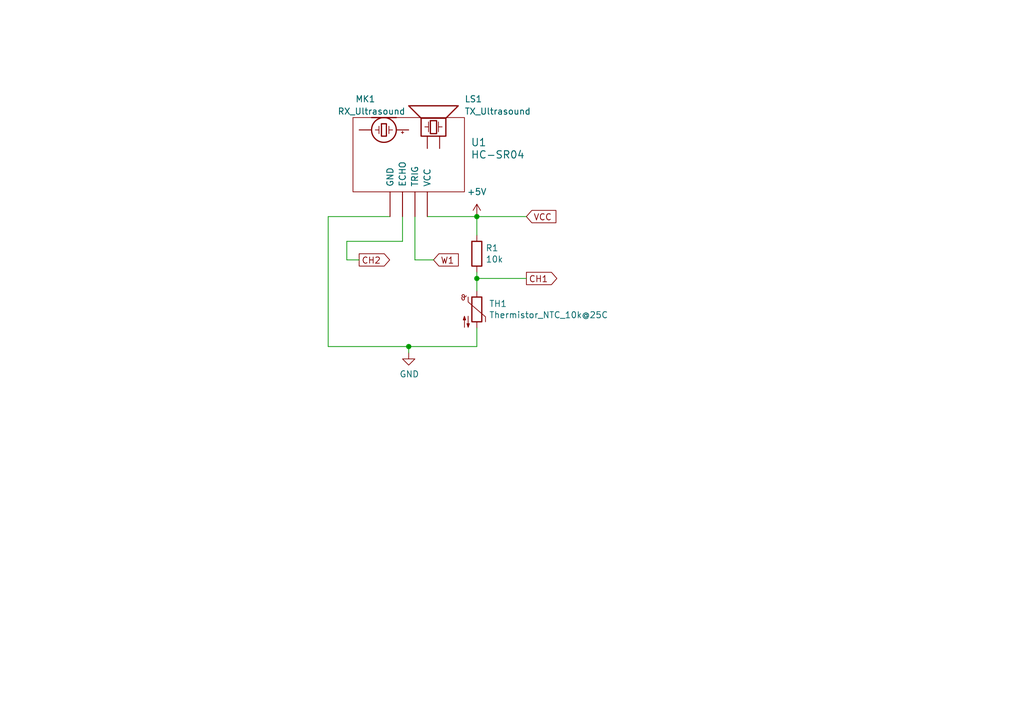
<source format=kicad_sch>
(kicad_sch (version 20211123) (generator eeschema)

  (uuid ab515309-b76f-404c-b372-f73d5bcd1592)

  (paper "A5")

  (lib_symbols
    (symbol "Device:Microphone_Ultrasound" (pin_numbers hide) (pin_names (offset 0.0254) hide) (in_bom yes) (on_board yes)
      (property "Reference" "MK" (id 0) (at -3.81 1.143 0)
        (effects (font (size 1.27 1.27)) (justify right))
      )
      (property "Value" "Microphone_Ultrasound" (id 1) (at -3.81 -0.762 0)
        (effects (font (size 1.27 1.27)) (justify right))
      )
      (property "Footprint" "" (id 2) (at 1.27 -1.778 90)
        (effects (font (size 1.27 1.27)) (justify left) hide)
      )
      (property "Datasheet" "~" (id 3) (at 0 2.54 90)
        (effects (font (size 1.27 1.27)) hide)
      )
      (property "ki_keywords" "microphone ultrasound crystal" (id 4) (at 0 0 0)
        (effects (font (size 1.27 1.27)) hide)
      )
      (property "ki_description" "Ultrasound receiver" (id 5) (at 0 0 0)
        (effects (font (size 1.27 1.27)) hide)
      )
      (symbol "Microphone_Ultrasound_0_1"
        (rectangle (start -1.27 0.508) (end 1.27 -0.508)
          (stroke (width 0.254) (type default) (color 0 0 0 0))
          (fill (type none))
        )
        (polyline
          (pts
            (xy -2.54 2.54)
            (xy -2.54 -2.54)
          )
          (stroke (width 0.254) (type default) (color 0 0 0 0))
          (fill (type none))
        )
        (polyline
          (pts
            (xy -0.762 -1.016)
            (xy 0.762 -1.016)
          )
          (stroke (width 0) (type default) (color 0 0 0 0))
          (fill (type none))
        )
        (polyline
          (pts
            (xy -0.762 1.016)
            (xy 0.762 1.016)
          )
          (stroke (width 0) (type default) (color 0 0 0 0))
          (fill (type none))
        )
        (polyline
          (pts
            (xy 0 -1.016)
            (xy 0 -1.778)
          )
          (stroke (width 0) (type default) (color 0 0 0 0))
          (fill (type none))
        )
        (polyline
          (pts
            (xy 0 1.016)
            (xy 0 1.778)
          )
          (stroke (width 0) (type default) (color 0 0 0 0))
          (fill (type none))
        )
        (polyline
          (pts
            (xy 0.254 3.81)
            (xy 0.762 3.81)
          )
          (stroke (width 0) (type default) (color 0 0 0 0))
          (fill (type none))
        )
        (polyline
          (pts
            (xy 0.508 4.064)
            (xy 0.508 3.556)
          )
          (stroke (width 0) (type default) (color 0 0 0 0))
          (fill (type none))
        )
        (circle (center 0 0) (radius 2.54)
          (stroke (width 0.254) (type default) (color 0 0 0 0))
          (fill (type none))
        )
      )
      (symbol "Microphone_Ultrasound_1_1"
        (pin passive line (at 0 -5.08 90) (length 2.54)
          (name "-" (effects (font (size 1.27 1.27))))
          (number "1" (effects (font (size 1.27 1.27))))
        )
        (pin passive line (at 0 5.08 270) (length 2.54)
          (name "+" (effects (font (size 1.27 1.27))))
          (number "2" (effects (font (size 1.27 1.27))))
        )
      )
    )
    (symbol "Device:R" (pin_numbers hide) (pin_names (offset 0)) (in_bom yes) (on_board yes)
      (property "Reference" "R" (id 0) (at 2.032 0 90)
        (effects (font (size 1.27 1.27)))
      )
      (property "Value" "R" (id 1) (at 0 0 90)
        (effects (font (size 1.27 1.27)))
      )
      (property "Footprint" "" (id 2) (at -1.778 0 90)
        (effects (font (size 1.27 1.27)) hide)
      )
      (property "Datasheet" "~" (id 3) (at 0 0 0)
        (effects (font (size 1.27 1.27)) hide)
      )
      (property "ki_keywords" "R res resistor" (id 4) (at 0 0 0)
        (effects (font (size 1.27 1.27)) hide)
      )
      (property "ki_description" "Resistor" (id 5) (at 0 0 0)
        (effects (font (size 1.27 1.27)) hide)
      )
      (property "ki_fp_filters" "R_*" (id 6) (at 0 0 0)
        (effects (font (size 1.27 1.27)) hide)
      )
      (symbol "R_0_1"
        (rectangle (start -1.016 -2.54) (end 1.016 2.54)
          (stroke (width 0.254) (type default) (color 0 0 0 0))
          (fill (type none))
        )
      )
      (symbol "R_1_1"
        (pin passive line (at 0 3.81 270) (length 1.27)
          (name "~" (effects (font (size 1.27 1.27))))
          (number "1" (effects (font (size 1.27 1.27))))
        )
        (pin passive line (at 0 -3.81 90) (length 1.27)
          (name "~" (effects (font (size 1.27 1.27))))
          (number "2" (effects (font (size 1.27 1.27))))
        )
      )
    )
    (symbol "Device:Speaker_Ultrasound" (pin_numbers hide) (pin_names (offset 0) hide) (in_bom yes) (on_board yes)
      (property "Reference" "LS" (id 0) (at 0.635 5.715 0)
        (effects (font (size 1.27 1.27)) (justify right))
      )
      (property "Value" "Speaker_Ultrasound" (id 1) (at 0.635 3.81 0)
        (effects (font (size 1.27 1.27)) (justify right))
      )
      (property "Footprint" "" (id 2) (at -0.889 -1.27 0)
        (effects (font (size 1.27 1.27)) hide)
      )
      (property "Datasheet" "~" (id 3) (at -0.889 -1.27 0)
        (effects (font (size 1.27 1.27)) hide)
      )
      (property "ki_keywords" "crystal speaker ultrasonic transducer" (id 4) (at 0 0 0)
        (effects (font (size 1.27 1.27)) hide)
      )
      (property "ki_description" "Ultrasonic transducer" (id 5) (at 0 0 0)
        (effects (font (size 1.27 1.27)) hide)
      )
      (symbol "Speaker_Ultrasound_0_0"
        (rectangle (start -2.54 1.27) (end 1.143 -3.81)
          (stroke (width 0.254) (type default) (color 0 0 0 0))
          (fill (type none))
        )
        (rectangle (start -2.032 -0.635) (end 0.635 -1.905)
          (stroke (width 0.254) (type default) (color 0 0 0 0))
          (fill (type none))
        )
        (polyline
          (pts
            (xy -1.651 -2.286)
            (xy 0.381 -2.286)
          )
          (stroke (width 0) (type default) (color 0 0 0 0))
          (fill (type none))
        )
        (polyline
          (pts
            (xy -1.651 -0.254)
            (xy 0.381 -0.254)
          )
          (stroke (width 0) (type default) (color 0 0 0 0))
          (fill (type none))
        )
        (polyline
          (pts
            (xy -0.635 -2.286)
            (xy -0.635 -3.048)
          )
          (stroke (width 0) (type default) (color 0 0 0 0))
          (fill (type none))
        )
        (polyline
          (pts
            (xy -0.635 -0.254)
            (xy -0.635 0.508)
          )
          (stroke (width 0) (type default) (color 0 0 0 0))
          (fill (type none))
        )
        (polyline
          (pts
            (xy 1.143 1.27)
            (xy 3.683 3.81)
            (xy 3.683 -6.35)
            (xy 1.143 -3.81)
          )
          (stroke (width 0.254) (type default) (color 0 0 0 0))
          (fill (type none))
        )
      )
      (symbol "Speaker_Ultrasound_1_1"
        (pin input line (at -5.08 0 0) (length 2.54)
          (name "1" (effects (font (size 1.27 1.27))))
          (number "1" (effects (font (size 1.27 1.27))))
        )
        (pin input line (at -5.08 -2.54 0) (length 2.54)
          (name "2" (effects (font (size 1.27 1.27))))
          (number "2" (effects (font (size 1.27 1.27))))
        )
      )
    )
    (symbol "Device:Thermistor_NTC" (pin_numbers hide) (pin_names (offset 0)) (in_bom yes) (on_board yes)
      (property "Reference" "TH" (id 0) (at -4.445 0 90)
        (effects (font (size 1.27 1.27)))
      )
      (property "Value" "Thermistor_NTC" (id 1) (at 3.175 0 90)
        (effects (font (size 1.27 1.27)))
      )
      (property "Footprint" "" (id 2) (at 0 1.27 0)
        (effects (font (size 1.27 1.27)) hide)
      )
      (property "Datasheet" "~" (id 3) (at 0 1.27 0)
        (effects (font (size 1.27 1.27)) hide)
      )
      (property "ki_keywords" "thermistor NTC resistor sensor RTD" (id 4) (at 0 0 0)
        (effects (font (size 1.27 1.27)) hide)
      )
      (property "ki_description" "Temperature dependent resistor, negative temperature coefficient" (id 5) (at 0 0 0)
        (effects (font (size 1.27 1.27)) hide)
      )
      (property "ki_fp_filters" "*NTC* *Thermistor* PIN?ARRAY* bornier* *Terminal?Block* R_*" (id 6) (at 0 0 0)
        (effects (font (size 1.27 1.27)) hide)
      )
      (symbol "Thermistor_NTC_0_1"
        (arc (start -3.048 2.159) (mid -3.0505 2.3165) (end -3.175 2.413)
          (stroke (width 0) (type default) (color 0 0 0 0))
          (fill (type none))
        )
        (arc (start -3.048 2.159) (mid -2.9736 1.9794) (end -2.794 1.905)
          (stroke (width 0) (type default) (color 0 0 0 0))
          (fill (type none))
        )
        (arc (start -3.048 2.794) (mid -2.9736 2.6144) (end -2.794 2.54)
          (stroke (width 0) (type default) (color 0 0 0 0))
          (fill (type none))
        )
        (arc (start -2.794 1.905) (mid -2.6144 1.9794) (end -2.54 2.159)
          (stroke (width 0) (type default) (color 0 0 0 0))
          (fill (type none))
        )
        (arc (start -2.794 2.54) (mid -2.434 2.5608) (end -2.159 2.794)
          (stroke (width 0) (type default) (color 0 0 0 0))
          (fill (type none))
        )
        (arc (start -2.794 3.048) (mid -2.9736 2.9736) (end -3.048 2.794)
          (stroke (width 0) (type default) (color 0 0 0 0))
          (fill (type none))
        )
        (arc (start -2.54 2.794) (mid -2.6144 2.9736) (end -2.794 3.048)
          (stroke (width 0) (type default) (color 0 0 0 0))
          (fill (type none))
        )
        (rectangle (start -1.016 2.54) (end 1.016 -2.54)
          (stroke (width 0.254) (type default) (color 0 0 0 0))
          (fill (type none))
        )
        (polyline
          (pts
            (xy -2.54 2.159)
            (xy -2.54 2.794)
          )
          (stroke (width 0) (type default) (color 0 0 0 0))
          (fill (type none))
        )
        (polyline
          (pts
            (xy -1.778 2.54)
            (xy -1.778 1.524)
            (xy 1.778 -1.524)
            (xy 1.778 -2.54)
          )
          (stroke (width 0) (type default) (color 0 0 0 0))
          (fill (type none))
        )
        (polyline
          (pts
            (xy -2.54 -3.683)
            (xy -2.54 -1.397)
            (xy -2.794 -2.159)
            (xy -2.286 -2.159)
            (xy -2.54 -1.397)
            (xy -2.54 -1.651)
          )
          (stroke (width 0) (type default) (color 0 0 0 0))
          (fill (type outline))
        )
        (polyline
          (pts
            (xy -1.778 -1.397)
            (xy -1.778 -3.683)
            (xy -2.032 -2.921)
            (xy -1.524 -2.921)
            (xy -1.778 -3.683)
            (xy -1.778 -3.429)
          )
          (stroke (width 0) (type default) (color 0 0 0 0))
          (fill (type outline))
        )
      )
      (symbol "Thermistor_NTC_1_1"
        (pin passive line (at 0 3.81 270) (length 1.27)
          (name "~" (effects (font (size 1.27 1.27))))
          (number "1" (effects (font (size 1.27 1.27))))
        )
        (pin passive line (at 0 -3.81 90) (length 1.27)
          (name "~" (effects (font (size 1.27 1.27))))
          (number "2" (effects (font (size 1.27 1.27))))
        )
      )
    )
    (symbol "New_Library:HC-SR04" (pin_numbers hide) (pin_names (offset 1.016)) (in_bom yes) (on_board yes)
      (property "Reference" "U" (id 0) (at -2.54 -12.7 0)
        (effects (font (size 1.524 1.524)))
      )
      (property "Value" "HC-SR04" (id 1) (at -3.81 12.7 0)
        (effects (font (size 1.524 1.524)))
      )
      (property "Footprint" "" (id 2) (at 0 0 0)
        (effects (font (size 1.524 1.524)))
      )
      (property "Datasheet" "" (id 3) (at 0 0 0)
        (effects (font (size 1.524 1.524)))
      )
      (symbol "HC-SR04_0_1"
        (rectangle (start -15.24 11.43) (end 0 -11.43)
          (stroke (width 0) (type default) (color 0 0 0 0))
          (fill (type none))
        )
      )
      (symbol "HC-SR04_1_1"
        (pin input line (at 5.08 3.81 180) (length 5.08)
          (name "VCC" (effects (font (size 1.27 1.27))))
          (number "1" (effects (font (size 1.27 1.27))))
        )
        (pin input line (at 5.08 1.27 180) (length 5.08)
          (name "TRIG" (effects (font (size 1.27 1.27))))
          (number "2" (effects (font (size 1.27 1.27))))
        )
        (pin input line (at 5.08 -1.27 180) (length 5.08)
          (name "ECHO" (effects (font (size 1.27 1.27))))
          (number "3" (effects (font (size 1.27 1.27))))
        )
        (pin input line (at 5.08 -3.81 180) (length 5.08)
          (name "GND" (effects (font (size 1.27 1.27))))
          (number "4" (effects (font (size 1.27 1.27))))
        )
      )
    )
    (symbol "power:+5V" (power) (pin_names (offset 0)) (in_bom yes) (on_board yes)
      (property "Reference" "#PWR" (id 0) (at 0 -3.81 0)
        (effects (font (size 1.27 1.27)) hide)
      )
      (property "Value" "+5V" (id 1) (at 0 3.556 0)
        (effects (font (size 1.27 1.27)))
      )
      (property "Footprint" "" (id 2) (at 0 0 0)
        (effects (font (size 1.27 1.27)) hide)
      )
      (property "Datasheet" "" (id 3) (at 0 0 0)
        (effects (font (size 1.27 1.27)) hide)
      )
      (property "ki_keywords" "power-flag" (id 4) (at 0 0 0)
        (effects (font (size 1.27 1.27)) hide)
      )
      (property "ki_description" "Power symbol creates a global label with name \"+5V\"" (id 5) (at 0 0 0)
        (effects (font (size 1.27 1.27)) hide)
      )
      (symbol "+5V_0_1"
        (polyline
          (pts
            (xy -0.762 1.27)
            (xy 0 2.54)
          )
          (stroke (width 0) (type default) (color 0 0 0 0))
          (fill (type none))
        )
        (polyline
          (pts
            (xy 0 0)
            (xy 0 2.54)
          )
          (stroke (width 0) (type default) (color 0 0 0 0))
          (fill (type none))
        )
        (polyline
          (pts
            (xy 0 2.54)
            (xy 0.762 1.27)
          )
          (stroke (width 0) (type default) (color 0 0 0 0))
          (fill (type none))
        )
      )
      (symbol "+5V_1_1"
        (pin power_in line (at 0 0 90) (length 0) hide
          (name "+5V" (effects (font (size 1.27 1.27))))
          (number "1" (effects (font (size 1.27 1.27))))
        )
      )
    )
    (symbol "power:GND" (power) (pin_names (offset 0)) (in_bom yes) (on_board yes)
      (property "Reference" "#PWR" (id 0) (at 0 -6.35 0)
        (effects (font (size 1.27 1.27)) hide)
      )
      (property "Value" "GND" (id 1) (at 0 -3.81 0)
        (effects (font (size 1.27 1.27)))
      )
      (property "Footprint" "" (id 2) (at 0 0 0)
        (effects (font (size 1.27 1.27)) hide)
      )
      (property "Datasheet" "" (id 3) (at 0 0 0)
        (effects (font (size 1.27 1.27)) hide)
      )
      (property "ki_keywords" "power-flag" (id 4) (at 0 0 0)
        (effects (font (size 1.27 1.27)) hide)
      )
      (property "ki_description" "Power symbol creates a global label with name \"GND\" , ground" (id 5) (at 0 0 0)
        (effects (font (size 1.27 1.27)) hide)
      )
      (symbol "GND_0_1"
        (polyline
          (pts
            (xy 0 0)
            (xy 0 -1.27)
            (xy 1.27 -1.27)
            (xy 0 -2.54)
            (xy -1.27 -1.27)
            (xy 0 -1.27)
          )
          (stroke (width 0) (type default) (color 0 0 0 0))
          (fill (type none))
        )
      )
      (symbol "GND_1_1"
        (pin power_in line (at 0 0 270) (length 0) hide
          (name "GND" (effects (font (size 1.27 1.27))))
          (number "1" (effects (font (size 1.27 1.27))))
        )
      )
    )
  )

  (junction (at 97.79 57.15) (diameter 0) (color 0 0 0 0)
    (uuid 62274d9e-4cbe-409c-bdd5-94ab2b6d04b8)
  )
  (junction (at 83.82 71.12) (diameter 0) (color 0 0 0 0)
    (uuid 88b18ce3-3af7-4b78-9063-13371f969b58)
  )
  (junction (at 97.79 44.45) (diameter 0) (color 0 0 0 0)
    (uuid a2cc8310-b30c-444b-b47c-624e14beb8e9)
  )

  (wire (pts (xy 82.55 49.53) (xy 71.12 49.53))
    (stroke (width 0) (type default) (color 0 0 0 0))
    (uuid 0157f1e7-6863-49b4-bf2e-0508ac9cce34)
  )
  (wire (pts (xy 67.31 44.45) (xy 67.31 71.12))
    (stroke (width 0) (type default) (color 0 0 0 0))
    (uuid 26520e16-497c-4201-b2da-59ee44864ddf)
  )
  (wire (pts (xy 97.79 57.15) (xy 97.79 59.69))
    (stroke (width 0) (type default) (color 0 0 0 0))
    (uuid 36177fbb-955d-415d-bd9f-a24d55072af6)
  )
  (wire (pts (xy 83.82 71.12) (xy 83.82 72.39))
    (stroke (width 0) (type default) (color 0 0 0 0))
    (uuid 4e602b4b-6391-48d0-b3c9-2d98e370f140)
  )
  (wire (pts (xy 71.12 49.53) (xy 71.12 53.34))
    (stroke (width 0) (type default) (color 0 0 0 0))
    (uuid 587cb836-8b17-4721-ba56-e7d367c4671d)
  )
  (wire (pts (xy 97.79 67.31) (xy 97.79 71.12))
    (stroke (width 0) (type default) (color 0 0 0 0))
    (uuid 5de48ff6-0cd7-4e5d-a8c2-ed0adb81306c)
  )
  (wire (pts (xy 67.31 71.12) (xy 83.82 71.12))
    (stroke (width 0) (type default) (color 0 0 0 0))
    (uuid 662f0646-cbdb-4d8c-9209-64243fddb277)
  )
  (wire (pts (xy 97.79 44.45) (xy 107.95 44.45))
    (stroke (width 0) (type default) (color 0 0 0 0))
    (uuid 6d984f1b-494f-435c-95fa-23e2c01e2bbc)
  )
  (wire (pts (xy 85.09 44.45) (xy 85.09 53.34))
    (stroke (width 0) (type default) (color 0 0 0 0))
    (uuid 79ec62f6-5c33-42f7-a3aa-5fa0bf0d5579)
  )
  (wire (pts (xy 85.09 53.34) (xy 88.9 53.34))
    (stroke (width 0) (type default) (color 0 0 0 0))
    (uuid 87f1e9fd-64d3-4b2e-930c-f9a84f5f9270)
  )
  (wire (pts (xy 97.79 57.15) (xy 107.95 57.15))
    (stroke (width 0) (type default) (color 0 0 0 0))
    (uuid 8933361b-0999-488a-827c-064054103608)
  )
  (wire (pts (xy 71.12 53.34) (xy 73.66 53.34))
    (stroke (width 0) (type default) (color 0 0 0 0))
    (uuid 9cff9c7d-8690-40fd-8b70-e05bafd3891d)
  )
  (wire (pts (xy 97.79 55.88) (xy 97.79 57.15))
    (stroke (width 0) (type default) (color 0 0 0 0))
    (uuid a15729d4-6646-4a7c-ace1-5959b8d3284d)
  )
  (wire (pts (xy 83.82 71.12) (xy 97.79 71.12))
    (stroke (width 0) (type default) (color 0 0 0 0))
    (uuid ce1d7076-8fcf-46c8-b6f0-6860def26863)
  )
  (wire (pts (xy 67.31 44.45) (xy 80.01 44.45))
    (stroke (width 0) (type default) (color 0 0 0 0))
    (uuid dd4ee245-7098-4598-9242-e931d93daa59)
  )
  (wire (pts (xy 97.79 44.45) (xy 97.79 48.26))
    (stroke (width 0) (type default) (color 0 0 0 0))
    (uuid f0565f1e-2404-483d-9967-76d24968bbec)
  )
  (wire (pts (xy 87.63 44.45) (xy 97.79 44.45))
    (stroke (width 0) (type default) (color 0 0 0 0))
    (uuid f8b6a026-f389-456d-a89f-6294ad7f7e11)
  )
  (wire (pts (xy 82.55 44.45) (xy 82.55 49.53))
    (stroke (width 0) (type default) (color 0 0 0 0))
    (uuid ff82c396-11fe-4f5e-86f3-e6ad0dfb17d5)
  )

  (global_label "W1" (shape input) (at 88.9 53.34 0) (fields_autoplaced)
    (effects (font (size 1.27 1.27)) (justify left))
    (uuid 638722a4-6bdb-429e-9ffa-02382ece4d1d)
    (property "Intersheet References" "${INTERSHEET_REFS}" (id 0) (at 93.8852 53.2606 0)
      (effects (font (size 1.27 1.27)) (justify left) hide)
    )
  )
  (global_label "CH2" (shape output) (at 73.66 53.34 0) (fields_autoplaced)
    (effects (font (size 1.27 1.27)) (justify left))
    (uuid 676f3efc-099d-49d2-b0f6-7ae274ac0636)
    (property "Intersheet References" "${INTERSHEET_REFS}" (id 0) (at 79.7942 53.2606 0)
      (effects (font (size 1.27 1.27)) (justify left) hide)
    )
  )
  (global_label "CH1" (shape output) (at 107.95 57.15 0) (fields_autoplaced)
    (effects (font (size 1.27 1.27)) (justify left))
    (uuid e1df525c-7ae2-456d-abb5-f38137b4b303)
    (property "Intersheet References" "${INTERSHEET_REFS}" (id 0) (at 0 2.54 0)
      (effects (font (size 1.27 1.27)) hide)
    )
  )
  (global_label "VCC" (shape input) (at 107.95 44.45 0) (fields_autoplaced)
    (effects (font (size 1.27 1.27)) (justify left))
    (uuid f4d768b2-0429-4fa1-b121-1f8f6f33e64a)
    (property "Intersheet References" "${INTERSHEET_REFS}" (id 0) (at 113.9028 44.3706 0)
      (effects (font (size 1.27 1.27)) (justify left) hide)
    )
  )

  (symbol (lib_id "Device:Microphone_Ultrasound") (at 78.74 26.67 270) (unit 1)
    (in_bom yes) (on_board yes)
    (uuid 00000000-0000-0000-0000-000062090ee7)
    (property "Reference" "MK1" (id 0) (at 74.93 20.32 90))
    (property "Value" "RX_Ultrasound" (id 1) (at 76.2 22.86 90))
    (property "Footprint" "" (id 2) (at 76.962 27.94 90)
      (effects (font (size 1.27 1.27)) (justify left) hide)
    )
    (property "Datasheet" "~" (id 3) (at 81.28 26.67 90)
      (effects (font (size 1.27 1.27)) hide)
    )
    (pin "1" (uuid d0ff53fc-659f-4c64-b518-da6e1a7a3124))
    (pin "2" (uuid 6fb9f690-6182-47cd-8a77-02d748af1eea))
  )

  (symbol (lib_id "Device:R") (at 97.79 52.07 0) (unit 1)
    (in_bom yes) (on_board yes)
    (uuid 00000000-0000-0000-0000-0000620994d0)
    (property "Reference" "R1" (id 0) (at 99.568 50.9016 0)
      (effects (font (size 1.27 1.27)) (justify left))
    )
    (property "Value" "10k" (id 1) (at 99.568 53.213 0)
      (effects (font (size 1.27 1.27)) (justify left))
    )
    (property "Footprint" "" (id 2) (at 96.012 52.07 90)
      (effects (font (size 1.27 1.27)) hide)
    )
    (property "Datasheet" "~" (id 3) (at 97.79 52.07 0)
      (effects (font (size 1.27 1.27)) hide)
    )
    (pin "1" (uuid 52d13125-1c91-43af-9bba-6c4c18e51cbd))
    (pin "2" (uuid 8cd71022-7c0e-41f6-ab24-f60cab5af25a))
  )

  (symbol (lib_id "Device:Thermistor_NTC") (at 97.79 63.5 0) (unit 1)
    (in_bom yes) (on_board yes)
    (uuid 00000000-0000-0000-0000-000062099ea6)
    (property "Reference" "TH1" (id 0) (at 100.2792 62.3316 0)
      (effects (font (size 1.27 1.27)) (justify left))
    )
    (property "Value" "Thermistor_NTC_10k@25C" (id 1) (at 100.2792 64.643 0)
      (effects (font (size 1.27 1.27)) (justify left))
    )
    (property "Footprint" "" (id 2) (at 97.79 62.23 0)
      (effects (font (size 1.27 1.27)) hide)
    )
    (property "Datasheet" "~" (id 3) (at 97.79 62.23 0)
      (effects (font (size 1.27 1.27)) hide)
    )
    (pin "1" (uuid f2e447ea-661d-4f1a-a636-6d29bda7acc7))
    (pin "2" (uuid 87a3fe15-fa7b-435c-be97-8dac1e8b85fc))
  )

  (symbol (lib_id "power:GND") (at 83.82 72.39 0) (unit 1)
    (in_bom yes) (on_board yes)
    (uuid 00000000-0000-0000-0000-0000620a165c)
    (property "Reference" "#PWR?" (id 0) (at 83.82 78.74 0)
      (effects (font (size 1.27 1.27)) hide)
    )
    (property "Value" "GND" (id 1) (at 83.947 76.7842 0))
    (property "Footprint" "" (id 2) (at 83.82 72.39 0)
      (effects (font (size 1.27 1.27)) hide)
    )
    (property "Datasheet" "" (id 3) (at 83.82 72.39 0)
      (effects (font (size 1.27 1.27)) hide)
    )
    (pin "1" (uuid cc854875-4044-49a9-af69-a64142275b9b))
  )

  (symbol (lib_id "Device:Speaker_Ultrasound") (at 87.63 25.4 90) (unit 1)
    (in_bom yes) (on_board yes)
    (uuid 00000000-0000-0000-0000-0000620e3ea8)
    (property "Reference" "LS1" (id 0) (at 95.25 20.32 90)
      (effects (font (size 1.27 1.27)) (justify right))
    )
    (property "Value" "TX_Ultrasound" (id 1) (at 95.25 22.86 90)
      (effects (font (size 1.27 1.27)) (justify right))
    )
    (property "Footprint" "" (id 2) (at 88.9 26.289 0)
      (effects (font (size 1.27 1.27)) hide)
    )
    (property "Datasheet" "~" (id 3) (at 88.9 26.289 0)
      (effects (font (size 1.27 1.27)) hide)
    )
    (pin "1" (uuid 1637fe41-391a-4f9a-8b2a-9e73bca9904d))
    (pin "2" (uuid 03639126-05aa-4484-86f9-bd01d5fdf687))
  )

  (symbol (lib_id "New_Library:HC-SR04") (at 83.82 39.37 270) (unit 1)
    (in_bom yes) (on_board yes)
    (uuid b58d647c-1ae7-4d06-97c8-66cde03fb16a)
    (property "Reference" "U1" (id 0) (at 96.52 29.21 90)
      (effects (font (size 1.524 1.524)) (justify left))
    )
    (property "Value" "HC-SR04" (id 1) (at 96.52 31.75 90)
      (effects (font (size 1.524 1.524)) (justify left))
    )
    (property "Footprint" "" (id 2) (at 83.82 39.37 0)
      (effects (font (size 1.524 1.524)))
    )
    (property "Datasheet" "" (id 3) (at 83.82 39.37 0)
      (effects (font (size 1.524 1.524)))
    )
    (pin "1" (uuid 3aea120b-8be4-445b-a78f-fa59e80b041d))
    (pin "2" (uuid 648500c1-fc05-44e3-b5ff-97456bf2ded5))
    (pin "3" (uuid a4746798-6386-43f2-8dbc-ceee3ac2724b))
    (pin "4" (uuid 068166d9-bff3-4521-9c74-2be600f57f5b))
  )

  (symbol (lib_id "power:+5V") (at 97.79 44.45 0) (unit 1)
    (in_bom yes) (on_board yes) (fields_autoplaced)
    (uuid f797505f-f816-40a9-9a56-8642773c9cf6)
    (property "Reference" "#PWR?" (id 0) (at 97.79 48.26 0)
      (effects (font (size 1.27 1.27)) hide)
    )
    (property "Value" "+5V" (id 1) (at 97.79 39.37 0))
    (property "Footprint" "" (id 2) (at 97.79 44.45 0)
      (effects (font (size 1.27 1.27)) hide)
    )
    (property "Datasheet" "" (id 3) (at 97.79 44.45 0)
      (effects (font (size 1.27 1.27)) hide)
    )
    (pin "1" (uuid 28d567c2-c46a-4610-98b2-e6e22b81eae6))
  )

  (sheet_instances
    (path "/" (page "1"))
  )

  (symbol_instances
    (path "/00000000-0000-0000-0000-0000620a165c"
      (reference "#PWR?") (unit 1) (value "GND") (footprint "")
    )
    (path "/f797505f-f816-40a9-9a56-8642773c9cf6"
      (reference "#PWR?") (unit 1) (value "+5V") (footprint "")
    )
    (path "/00000000-0000-0000-0000-0000620e3ea8"
      (reference "LS1") (unit 1) (value "TX_Ultrasound") (footprint "")
    )
    (path "/00000000-0000-0000-0000-000062090ee7"
      (reference "MK1") (unit 1) (value "RX_Ultrasound") (footprint "")
    )
    (path "/00000000-0000-0000-0000-0000620994d0"
      (reference "R1") (unit 1) (value "10k") (footprint "")
    )
    (path "/00000000-0000-0000-0000-000062099ea6"
      (reference "TH1") (unit 1) (value "Thermistor_NTC_10k@25C") (footprint "")
    )
    (path "/b58d647c-1ae7-4d06-97c8-66cde03fb16a"
      (reference "U1") (unit 1) (value "HC-SR04") (footprint "")
    )
  )
)

</source>
